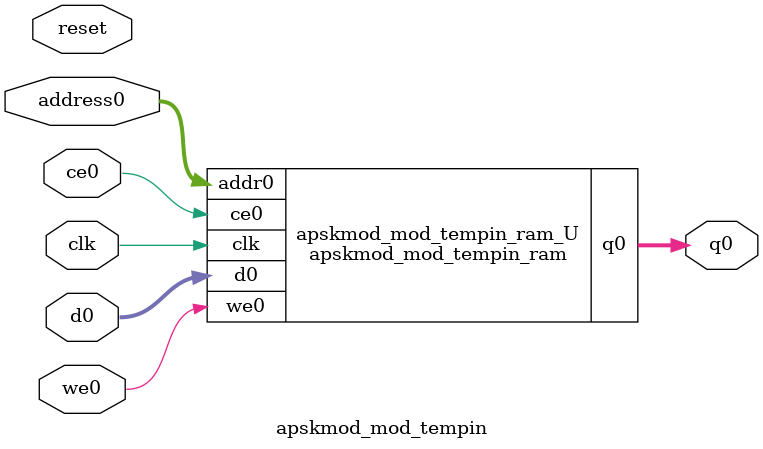
<source format=v>
`timescale 1 ns / 1 ps
module apskmod_mod_tempin_ram (addr0, ce0, d0, we0, q0,  clk);

parameter DWIDTH = 8;
parameter AWIDTH = 9;
parameter MEM_SIZE = 340;

input[AWIDTH-1:0] addr0;
input ce0;
input[DWIDTH-1:0] d0;
input we0;
output reg[DWIDTH-1:0] q0;
input clk;

reg [DWIDTH-1:0] ram[0:MEM_SIZE-1];




always @(posedge clk)  
begin 
    if (ce0) begin
        if (we0) 
            ram[addr0] <= d0; 
        q0 <= ram[addr0];
    end
end


endmodule

`timescale 1 ns / 1 ps
module apskmod_mod_tempin(
    reset,
    clk,
    address0,
    ce0,
    we0,
    d0,
    q0);

parameter DataWidth = 32'd8;
parameter AddressRange = 32'd340;
parameter AddressWidth = 32'd9;
input reset;
input clk;
input[AddressWidth - 1:0] address0;
input ce0;
input we0;
input[DataWidth - 1:0] d0;
output[DataWidth - 1:0] q0;



apskmod_mod_tempin_ram apskmod_mod_tempin_ram_U(
    .clk( clk ),
    .addr0( address0 ),
    .ce0( ce0 ),
    .we0( we0 ),
    .d0( d0 ),
    .q0( q0 ));

endmodule


</source>
